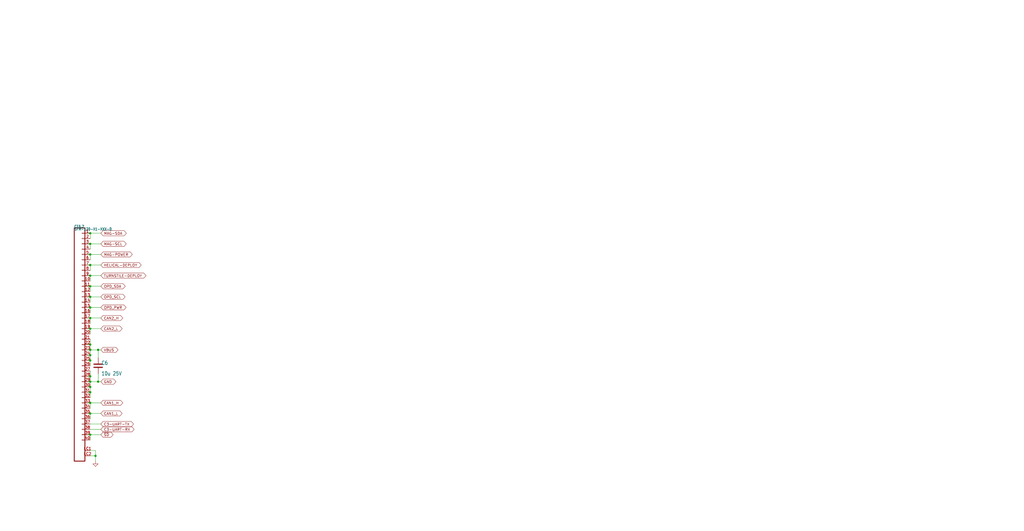
<source format=kicad_sch>
(kicad_sch (version 20211123) (generator eeschema)
  (paper "User" 490.22 254.406)
  (lib_symbols
    (symbol "Device:C" (pin_numbers hide) (pin_names (offset 0.254))
      (property "Reference" "C" (at 0.635 2.54 0))
      (property "Value" "C" (at 0.635 -2.54 0))
      (symbol "C_0_1"
        (polyline (pts (xy -2.032 -0.762) (xy 2.032 -0.762)) (stroke (width 0.508)))
        (polyline (pts (xy -2.032 0.762) (xy 2.032 0.762)) (stroke (width 0.508)))
      )
      (symbol "C_1_1"
        (pin passive line (at 0 3.81 270) (length 2.794) (name "~") (number "1"))
        (pin passive line (at 0 -3.81 90) (length 2.794) (name "~") (number "2"))
      )
    )
    (symbol "oresat-connectors:J-SAMTEC-TFM-120-01-L-D-RA" (pin_names hide)
      (property "Reference" "J" (at -2.54 53.34 0))
      (property "Value" "J-SAMTEC-TFM-120-01-L-D-RA" (at 0 -55.88 0))
      (symbol "J-SAMTEC-TFM-120-01-L-D-RA_0_1"
        (rectangle (start -2.54 50.8) (end 2.54 -60.96) (stroke (width 0.4)))
        (rectangle (start 2.413 -50.673) (end 1.143 -50.927) (stroke (width 0.1524)))
        (rectangle (start 2.413 -48.133) (end 1.143 -48.387) (stroke (width 0.1524)))
        (rectangle (start 2.413 -45.593) (end 1.143 -45.847) (stroke (width 0.1524)))
        (rectangle (start 2.413 -43.053) (end 1.143 -43.307) (stroke (width 0.1524)))
        (rectangle (start 2.413 -40.513) (end 1.143 -40.767) (stroke (width 0.1524)))
        (rectangle (start 2.413 -37.973) (end 1.143 -38.227) (stroke (width 0.1524)))
        (rectangle (start 2.413 -35.433) (end 1.143 -35.687) (stroke (width 0.1524)))
        (rectangle (start 2.413 -32.893) (end 1.143 -33.147) (stroke (width 0.1524)))
        (rectangle (start 2.413 -30.353) (end 1.143 -30.607) (stroke (width 0.1524)))
        (rectangle (start 2.413 -27.813) (end 1.143 -28.067) (stroke (width 0.1524)))
        (rectangle (start 2.413 -25.273) (end 1.143 -25.527) (stroke (width 0.1524)))
        (rectangle (start 2.413 -22.733) (end 1.143 -22.987) (stroke (width 0.1524)))
        (rectangle (start 2.413 -20.193) (end 1.143 -20.447) (stroke (width 0.1524)))
        (rectangle (start 2.413 -17.653) (end 1.143 -17.907) (stroke (width 0.1524)))
        (rectangle (start 2.413 -15.113) (end 1.143 -15.367) (stroke (width 0.1524)))
        (rectangle (start 2.413 -12.573) (end 1.143 -12.827) (stroke (width 0.1524)))
        (rectangle (start 2.413 -10.033) (end 1.143 -10.287) (stroke (width 0.1524)))
        (rectangle (start 2.413 -7.493) (end 1.143 -7.747) (stroke (width 0.1524)))
        (rectangle (start 2.413 -4.953) (end 1.143 -5.207) (stroke (width 0.1524)))
        (rectangle (start 2.413 -2.413) (end 1.143 -2.667) (stroke (width 0.1524)))
        (rectangle (start 2.413 0.127) (end 1.143 -0.127) (stroke (width 0.1524)))
        (rectangle (start 2.413 2.667) (end 1.143 2.413) (stroke (width 0.1524)))
        (rectangle (start 2.413 5.207) (end 1.143 4.953) (stroke (width 0.1524)))
        (rectangle (start 2.413 7.747) (end 1.143 7.493) (stroke (width 0.1524)))
        (rectangle (start 2.413 10.287) (end 1.143 10.033) (stroke (width 0.1524)))
        (rectangle (start 2.413 12.827) (end 1.143 12.573) (stroke (width 0.1524)))
        (rectangle (start 2.413 15.367) (end 1.143 15.113) (stroke (width 0.1524)))
        (rectangle (start 2.413 17.907) (end 1.143 17.653) (stroke (width 0.1524)))
        (rectangle (start 2.413 20.447) (end 1.143 20.193) (stroke (width 0.1524)))
        (rectangle (start 2.413 22.987) (end 1.143 22.733) (stroke (width 0.1524)))
        (rectangle (start 2.413 25.527) (end 1.143 25.273) (stroke (width 0.1524)))
        (rectangle (start 2.413 28.067) (end 1.143 27.813) (stroke (width 0.1524)))
        (rectangle (start 2.413 30.607) (end 1.143 30.353) (stroke (width 0.1524)))
        (rectangle (start 2.413 33.147) (end 1.143 32.893) (stroke (width 0.1524)))
        (rectangle (start 2.413 35.687) (end 1.143 35.433) (stroke (width 0.1524)))
        (rectangle (start 2.413 38.227) (end 1.143 37.973) (stroke (width 0.1524)))
        (rectangle (start 2.413 40.767) (end 1.143 40.513) (stroke (width 0.1524)))
        (rectangle (start 2.413 43.307) (end 1.143 43.053) (stroke (width 0.1524)))
        (rectangle (start 2.413 45.847) (end 1.143 45.593) (stroke (width 0.1524)))
        (rectangle (start 2.413 48.387) (end 1.143 48.133) (stroke (width 0.1524)))
      )
      (symbol "J-SAMTEC-TFM-120-01-L-D-RA_1_1"
        (pin passive line (at 5.08 48.26 180) (length 2.54) (name "") (number "1"))
        (pin passive line (at 5.08 25.4 180) (length 2.54) (name "") (number "10"))
        (pin passive line (at 5.08 22.86 180) (length 2.54) (name "") (number "11"))
        (pin passive line (at 5.08 20.32 180) (length 2.54) (name "") (number "12"))
        (pin passive line (at 5.08 17.78 180) (length 2.54) (name "") (number "13"))
        (pin passive line (at 5.08 15.24 180) (length 2.54) (name "") (number "14"))
        (pin passive line (at 5.08 12.7 180) (length 2.54) (name "") (number "15"))
        (pin passive line (at 5.08 10.16 180) (length 2.54) (name "") (number "16"))
        (pin passive line (at 5.08 7.62 180) (length 2.54) (name "") (number "17"))
        (pin passive line (at 5.08 5.08 180) (length 2.54) (name "") (number "18"))
        (pin passive line (at 5.08 2.54 180) (length 2.54) (name "") (number "19"))
        (pin passive line (at 5.08 45.72 180) (length 2.54) (name "") (number "2"))
        (pin passive line (at 5.08 0 180) (length 2.54) (name "") (number "20"))
        (pin passive line (at 5.08 -2.54 180) (length 2.54) (name "") (number "21"))
        (pin passive line (at 5.08 -5.08 180) (length 2.54) (name "") (number "22"))
        (pin passive line (at 5.08 -7.62 180) (length 2.54) (name "") (number "23"))
        (pin passive line (at 5.08 -10.16 180) (length 2.54) (name "") (number "24"))
        (pin passive line (at 5.08 -12.7 180) (length 2.54) (name "") (number "25"))
        (pin passive line (at 5.08 -15.24 180) (length 2.54) (name "") (number "26"))
        (pin passive line (at 5.08 -17.78 180) (length 2.54) (name "") (number "27"))
        (pin passive line (at 5.08 -20.32 180) (length 2.54) (name "") (number "28"))
        (pin passive line (at 5.08 -22.86 180) (length 2.54) (name "") (number "29"))
        (pin passive line (at 5.08 43.18 180) (length 2.54) (name "") (number "3"))
        (pin passive line (at 5.08 -25.4 180) (length 2.54) (name "") (number "30"))
        (pin passive line (at 5.08 -27.94 180) (length 2.54) (name "") (number "31"))
        (pin passive line (at 5.08 -30.48 180) (length 2.54) (name "") (number "32"))
        (pin passive line (at 5.08 -33.02 180) (length 2.54) (name "") (number "33"))
        (pin passive line (at 5.08 -35.56 180) (length 2.54) (name "") (number "34"))
        (pin passive line (at 5.08 -38.1 180) (length 2.54) (name "") (number "35"))
        (pin passive line (at 5.08 -40.64 180) (length 2.54) (name "") (number "36"))
        (pin passive line (at 5.08 -43.18 180) (length 2.54) (name "") (number "37"))
        (pin passive line (at 5.08 -45.72 180) (length 2.54) (name "") (number "38"))
        (pin passive line (at 5.08 -48.26 180) (length 2.54) (name "") (number "39"))
        (pin passive line (at 5.08 40.64 180) (length 2.54) (name "") (number "4"))
        (pin passive line (at 5.08 -50.8 180) (length 2.54) (name "") (number "40"))
        (pin passive line (at 5.08 38.1 180) (length 2.54) (name "") (number "5"))
        (pin passive line (at 5.08 35.56 180) (length 2.54) (name "") (number "6"))
        (pin passive line (at 5.08 33.02 180) (length 2.54) (name "") (number "7"))
        (pin passive line (at 5.08 30.48 180) (length 2.54) (name "") (number "8"))
        (pin passive line (at 5.08 27.94 180) (length 2.54) (name "") (number "9"))
        (pin passive line (at 5.08 -55.88 180) (length 2.54) (name "") (number "LC1"))
        (pin passive line (at 5.08 -58.42 180) (length 2.54) (name "") (number "LC2"))
      )
    )
    (symbol "power:GND" (power) (pin_names (offset 0))
      (property "Value" "GND" (at 0 -3.81 0))
      (symbol "GND_0_1"
        (polyline (pts (xy 0 0) (xy 0 -1.27) (xy 1.27 -1.27) (xy 0 -2.54) (xy -1.27 -1.27) (xy 0 -1.27)))
      )
      (symbol "GND_1_1"
        (pin power_in line (at 0 0 270) (length 0) hide (name "GND") (number "1"))
      )
    )
  )
  (junction (at 43.18 185.42))
  (junction (at 43.18 193.04))
  (junction (at 43.18 165.1))
  (junction (at 43.18 132.08))
  (junction (at 43.18 127))
  (junction (at 43.18 157.48))
  (junction (at 43.18 147.32))
  (junction (at 43.18 180.34))
  (junction (at 43.18 182.88))
  (junction (at 43.18 142.24))
  (junction (at 46.99 182.88))
  (junction (at 43.18 152.4))
  (junction (at 43.18 198.12))
  (junction (at 43.18 167.64))
  (junction (at 43.18 208.28))
  (junction (at 43.18 172.72))
  (junction (at 46.99 167.64))
  (junction (at 43.18 116.84))
  (junction (at 43.18 187.96))
  (junction (at 45.72 218.44))
  (junction (at 43.18 170.18))
  (junction (at 43.18 137.16))
  (junction (at 43.18 121.92))
  (junction (at 43.18 111.76))
  (wire (pts (xy 43.18 167.64) (xy 43.18 170.18)))
  (wire (pts (xy 43.18 215.9) (xy 45.72 215.9)))
  (wire (pts (xy 43.18 121.92) (xy 43.18 124.46)))
  (wire (pts (xy 45.72 218.44) (xy 45.72 220.98)))
  (wire (pts (xy 46.99 167.64) (xy 46.99 171.45)))
  (wire (pts (xy 43.18 180.34) (xy 43.18 182.88)))
  (wire (pts (xy 43.18 172.72) (xy 43.18 175.26)))
  (wire (pts (xy 43.18 218.44) (xy 45.72 218.44)))
  (wire (pts (xy 43.18 187.96) (xy 43.18 190.5)))
  (wire (pts (xy 43.18 152.4) (xy 43.18 154.94)))
  (wire (pts (xy 43.18 111.76) (xy 43.18 114.3)))
  (wire (pts (xy 43.18 152.4) (xy 48.26 152.4)))
  (wire (pts (xy 48.26 132.08) (xy 43.18 132.08)))
  (wire (pts (xy 43.18 137.16) (xy 43.18 139.7)))
  (wire (pts (xy 43.18 162.56) (xy 43.18 165.1)))
  (wire (pts (xy 43.18 116.84) (xy 48.26 116.84)))
  (wire (pts (xy 43.18 177.8) (xy 43.18 180.34)))
  (wire (pts (xy 48.26 208.28) (xy 43.18 208.28)))
  (wire (pts (xy 46.99 167.64) (xy 43.18 167.64)))
  (wire (pts (xy 43.18 182.88) (xy 43.18 185.42)))
  (wire (pts (xy 48.26 203.2) (xy 43.18 203.2)))
  (wire (pts (xy 48.26 167.64) (xy 46.99 167.64)))
  (wire (pts (xy 48.26 157.48) (xy 43.18 157.48)))
  (wire (pts (xy 48.26 147.32) (xy 43.18 147.32)))
  (wire (pts (xy 48.26 182.88) (xy 46.99 182.88)))
  (wire (pts (xy 48.26 142.24) (xy 43.18 142.24)))
  (wire (pts (xy 43.18 157.48) (xy 43.18 160.02)))
  (wire (pts (xy 46.99 179.07) (xy 46.99 182.88)))
  (wire (pts (xy 43.18 198.12) (xy 43.18 200.66)))
  (wire (pts (xy 43.18 127) (xy 48.26 127)))
  (wire (pts (xy 43.18 185.42) (xy 43.18 187.96)))
  (wire (pts (xy 46.99 182.88) (xy 43.18 182.88)))
  (wire (pts (xy 43.18 165.1) (xy 43.18 167.64)))
  (wire (pts (xy 45.72 215.9) (xy 45.72 218.44)))
  (wire (pts (xy 48.26 193.04) (xy 43.18 193.04)))
  (wire (pts (xy 43.18 132.08) (xy 43.18 134.62)))
  (wire (pts (xy 43.18 170.18) (xy 43.18 172.72)))
  (wire (pts (xy 43.18 193.04) (xy 43.18 195.58)))
  (wire (pts (xy 43.18 147.32) (xy 43.18 149.86)))
  (wire (pts (xy 48.26 137.16) (xy 43.18 137.16)))
  (wire (pts (xy 43.18 142.24) (xy 43.18 144.78)))
  (wire (pts (xy 43.18 127) (xy 43.18 129.54)))
  (wire (pts (xy 43.18 208.28) (xy 43.18 210.82)))
  (wire (pts (xy 43.18 116.84) (xy 43.18 119.38)))
  (wire (pts (xy 48.26 198.12) (xy 43.18 198.12)))
  (wire (pts (xy 43.18 205.74) (xy 48.26 205.74)))
  (wire (pts (xy 43.18 121.92) (xy 48.26 121.92)))
  (wire (pts (xy 43.18 111.76) (xy 48.26 111.76)))
  (global_label "TURNSTILE-DEPLOY" (shape bidirectional) (at 48.26 132.08 0) (effects (font (size 1.2446 1.2446))) (property "Intersheet References" "${INTERSHEET_REFS}" (effects hide)))
  (global_label "OPD_SCL" (shape bidirectional) (at 48.26 142.24 0) (effects (font (size 1.2446 1.2446))) (property "Intersheet References" "${INTERSHEET_REFS}" (effects hide)))
  (global_label "MAG-SCL" (shape bidirectional) (at 48.26 116.84 0) (effects (font (size 1.2446 1.2446))) (property "Intersheet References" "${INTERSHEET_REFS}" (effects hide)))
  (global_label "VBUS" (shape bidirectional) (at 48.26 167.64 0) (effects (font (size 1.2446 1.2446))) (property "Intersheet References" "${INTERSHEET_REFS}" (effects hide)))
  (global_label "CAN2_H" (shape bidirectional) (at 48.26 152.4 0) (effects (font (size 1.2446 1.2446))) (property "Intersheet References" "${INTERSHEET_REFS}" (effects hide)))
  (global_label "CAN1_H" (shape bidirectional) (at 48.26 193.04 0) (effects (font (size 1.2446 1.2446))) (property "Intersheet References" "${INTERSHEET_REFS}" (effects hide)))
  (global_label "MAG-SDA" (shape bidirectional) (at 48.26 111.76 0) (effects (font (size 1.2446 1.2446))) (property "Intersheet References" "${INTERSHEET_REFS}" (effects hide)))
  (global_label "OPD_SDA" (shape bidirectional) (at 48.26 137.16 0) (effects (font (size 1.2446 1.2446))) (property "Intersheet References" "${INTERSHEET_REFS}" (effects hide)))
  (global_label "OPD_PWR" (shape bidirectional) (at 48.26 147.32 0) (effects (font (size 1.2446 1.2446))) (property "Intersheet References" "${INTERSHEET_REFS}" (effects hide)))
  (global_label "HELICAL-DEPLOY" (shape bidirectional) (at 48.26 127 0) (effects (font (size 1.2446 1.2446))) (property "Intersheet References" "${INTERSHEET_REFS}" (effects hide)))
  (global_label "CAN2_L" (shape bidirectional) (at 48.26 157.48 0) (effects (font (size 1.2446 1.2446))) (property "Intersheet References" "${INTERSHEET_REFS}" (effects hide)))
  (global_label "~{SD}" (shape bidirectional) (at 48.26 208.28 0) (effects (font (size 1.2446 1.2446))) (property "Intersheet References" "${INTERSHEET_REFS}" (effects hide)))
  (global_label "MAG-POWER" (shape bidirectional) (at 48.26 121.92 0) (effects (font (size 1.2446 1.2446))) (property "Intersheet References" "${INTERSHEET_REFS}" (effects hide)))
  (global_label "GND" (shape bidirectional) (at 48.26 182.88 0) (effects (font (size 1.2446 1.2446))) (property "Intersheet References" "${INTERSHEET_REFS}" (effects hide)))
  (global_label "C3-UART-TX" (shape bidirectional) (at 48.26 203.2 0) (effects (font (size 1.2446 1.2446))) (property "Intersheet References" "${INTERSHEET_REFS}" (effects hide)))
  (global_label "C3-UART-RX" (shape bidirectional) (at 48.26 205.74 0) (effects (font (size 1.2446 1.2446))) (property "Intersheet References" "${INTERSHEET_REFS}" (effects hide)))
  (global_label "CAN1_L" (shape bidirectional) (at 48.26 198.12 0) (effects (font (size 1.2446 1.2446))) (property "Intersheet References" "${INTERSHEET_REFS}" (effects hide)))
  (symbol (lib_id "oresat-connectors:J-SAMTEC-TFM-120-01-L-D-RA") (at 38.1 160.02 0) (unit 1)
    (property "Reference" "CF6.2" (at 35.56 109.22 0) (effects (font (size 1.27 1.0795)) (justify left bottom)))
    (property "Value" "SFM-120-X1-XXX-D" (at 35.56 110.49 0) (effects (font (size 1.27 1.0795)) (justify left bottom)))
    (property "Footprint" "oresat-connectors:J-SAMTEC-SFM-120-X1-XXX-D" (effects hide))
  )
  (symbol (lib_id "Device:C") (at 46.99 175.26 0) (unit 1)
    (property "Reference" "C6" (at 48.514 174.879 0) (effects (font (size 1.778 1.5113)) (justify left bottom)))
    (property "Value" "10u 25V" (at 48.514 179.959 0) (effects (font (size 1.778 1.5113)) (justify left bottom)))
    (property "Footprint" "Capacitor_SMD:C_1206_3216Metric" (effects hide))
  )
  (symbol (lib_id "power:GND") (at 45.72 220.98 0) (unit 1)
    (property "Reference" "#GND0108" (effects hide))
    (property "Value" "GND" (effects hide))
    (property "Footprint" "oresat-backplane-2u:" (effects hide))
  )
)
</source>
